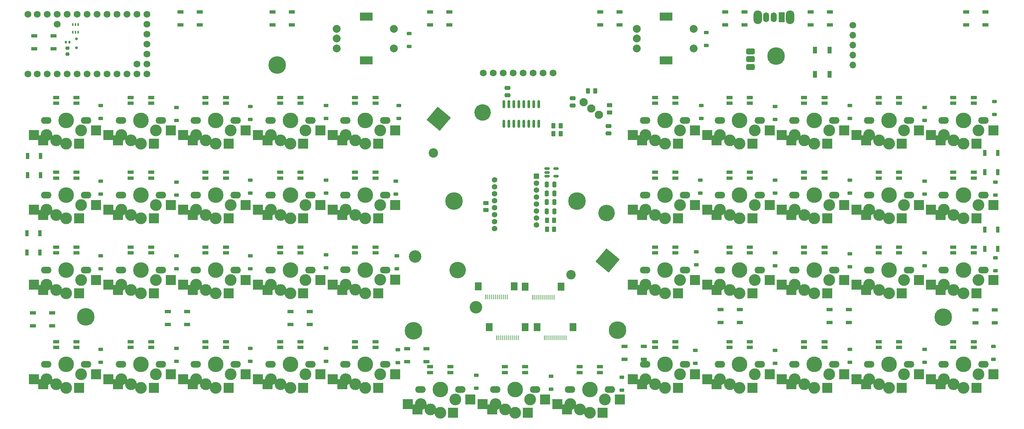
<source format=gbr>
%TF.GenerationSoftware,KiCad,Pcbnew,7.0.2*%
%TF.CreationDate,2023-05-02T20:53:08+02:00*%
%TF.ProjectId,Block,426c6f63-6b2e-46b6-9963-61645f706362,rev?*%
%TF.SameCoordinates,Original*%
%TF.FileFunction,Soldermask,Bot*%
%TF.FilePolarity,Negative*%
%FSLAX46Y46*%
G04 Gerber Fmt 4.6, Leading zero omitted, Abs format (unit mm)*
G04 Created by KiCad (PCBNEW 7.0.2) date 2023-05-02 20:53:08*
%MOMM*%
%LPD*%
G01*
G04 APERTURE LIST*
G04 Aperture macros list*
%AMRoundRect*
0 Rectangle with rounded corners*
0 $1 Rounding radius*
0 $2 $3 $4 $5 $6 $7 $8 $9 X,Y pos of 4 corners*
0 Add a 4 corners polygon primitive as box body*
4,1,4,$2,$3,$4,$5,$6,$7,$8,$9,$2,$3,0*
0 Add four circle primitives for the rounded corners*
1,1,$1+$1,$2,$3*
1,1,$1+$1,$4,$5*
1,1,$1+$1,$6,$7*
1,1,$1+$1,$8,$9*
0 Add four rect primitives between the rounded corners*
20,1,$1+$1,$2,$3,$4,$5,0*
20,1,$1+$1,$4,$5,$6,$7,0*
20,1,$1+$1,$6,$7,$8,$9,0*
20,1,$1+$1,$8,$9,$2,$3,0*%
%AMRotRect*
0 Rectangle, with rotation*
0 The origin of the aperture is its center*
0 $1 length*
0 $2 width*
0 $3 Rotation angle, in degrees counterclockwise*
0 Add horizontal line*
21,1,$1,$2,0,0,$3*%
G04 Aperture macros list end*
%ADD10RoundRect,0.225000X0.375000X-0.225000X0.375000X0.225000X-0.375000X0.225000X-0.375000X-0.225000X0*%
%ADD11RoundRect,0.225000X-0.375000X0.225000X-0.375000X-0.225000X0.375000X-0.225000X0.375000X0.225000X0*%
%ADD12O,2.701800X1.701800*%
%ADD13C,3.000000*%
%ADD14C,3.987800*%
%ADD15R,2.550000X2.500000*%
%ADD16R,2.600000X2.600000*%
%ADD17C,4.500000*%
%ADD18RoundRect,0.082000X-0.718000X0.328000X-0.718000X-0.328000X0.718000X-0.328000X0.718000X0.328000X0*%
%ADD19C,2.000000*%
%ADD20R,3.200000X2.000000*%
%ADD21C,2.400000*%
%ADD22C,4.200000*%
%ADD23C,3.200000*%
%ADD24C,2.100000*%
%ADD25RotRect,4.400000X4.400000X140.000000*%
%ADD26C,1.752600*%
%ADD27RoundRect,0.375000X0.756430X-0.361854X0.743341X0.388032X-0.756430X0.361854X-0.743341X-0.388032X0*%
%ADD28C,1.700000*%
%ADD29O,1.700000X1.700000*%
%ADD30O,2.200000X3.500000*%
%ADD31R,1.500000X2.500000*%
%ADD32O,1.500000X2.500000*%
%ADD33R,1.500000X0.900000*%
%ADD34R,0.900000X1.500000*%
%ADD35R,0.400000X0.650000*%
%ADD36RoundRect,0.150000X-0.150000X0.175000X-0.150000X-0.175000X0.150000X-0.175000X0.150000X0.175000X0*%
%ADD37RoundRect,0.250000X0.250000X0.475000X-0.250000X0.475000X-0.250000X-0.475000X0.250000X-0.475000X0*%
%ADD38R,0.280000X1.250000*%
%ADD39R,1.800000X2.000000*%
%ADD40RoundRect,0.150000X0.150000X-0.825000X0.150000X0.825000X-0.150000X0.825000X-0.150000X-0.825000X0*%
%ADD41RoundRect,0.250000X-0.475000X0.250000X-0.475000X-0.250000X0.475000X-0.250000X0.475000X0.250000X0*%
%ADD42RoundRect,0.140000X-0.140000X-0.170000X0.140000X-0.170000X0.140000X0.170000X-0.140000X0.170000X0*%
%ADD43RoundRect,0.250000X-0.262500X-0.450000X0.262500X-0.450000X0.262500X0.450000X-0.262500X0.450000X0*%
%ADD44RoundRect,0.250000X0.450000X-0.262500X0.450000X0.262500X-0.450000X0.262500X-0.450000X-0.262500X0*%
%ADD45RoundRect,0.218750X0.256250X-0.218750X0.256250X0.218750X-0.256250X0.218750X-0.256250X-0.218750X0*%
%ADD46RoundRect,0.250000X-0.250000X-0.475000X0.250000X-0.475000X0.250000X0.475000X-0.250000X0.475000X0*%
%ADD47RoundRect,0.250000X0.262500X0.450000X-0.262500X0.450000X-0.262500X-0.450000X0.262500X-0.450000X0*%
%ADD48R,1.400000X1.400000*%
%ADD49C,1.400000*%
%ADD50RoundRect,0.150000X-0.512500X-0.150000X0.512500X-0.150000X0.512500X0.150000X-0.512500X0.150000X0*%
%ADD51RoundRect,0.250000X0.475000X-0.250000X0.475000X0.250000X-0.475000X0.250000X-0.475000X-0.250000X0*%
%ADD52R,1.100000X1.800000*%
G04 APERTURE END LIST*
D10*
%TO.C,D82*%
X269965194Y-90625332D03*
X269965194Y-87325332D03*
%TD*%
%TO.C,D81*%
X269711194Y-109675332D03*
X269711194Y-106375332D03*
%TD*%
%TO.C,D80*%
X268695194Y-127963332D03*
X268695194Y-124663332D03*
%TD*%
%TO.C,D79*%
X268441194Y-153109332D03*
X268441194Y-149809332D03*
%TD*%
%TO.C,D78*%
X192709606Y-152925985D03*
X192709606Y-149625985D03*
%TD*%
%TO.C,D77*%
X192453194Y-128979332D03*
X192453194Y-125679332D03*
%TD*%
%TO.C,D76*%
X192201606Y-109878024D03*
X192201606Y-106578024D03*
%TD*%
%TO.C,D75*%
X192963606Y-90548063D03*
X192963606Y-87248063D03*
%TD*%
%TO.C,D43*%
X344895194Y-129487332D03*
X344895194Y-126187332D03*
%TD*%
D11*
%TO.C,D36*%
X195542806Y-68942668D03*
X195542806Y-72242668D03*
%TD*%
%TO.C,D35*%
X271276806Y-68688668D03*
X271276806Y-71988668D03*
%TD*%
D10*
%TO.C,D34*%
X344387194Y-152093332D03*
X344387194Y-148793332D03*
%TD*%
%TO.C,D33*%
X344895194Y-110183332D03*
X344895194Y-106883332D03*
%TD*%
%TO.C,D32*%
X344641194Y-89609332D03*
X344641194Y-86309332D03*
%TD*%
%TO.C,D31*%
X326861194Y-152855332D03*
X326861194Y-149555332D03*
%TD*%
%TO.C,D30*%
X326861194Y-128217332D03*
X326861194Y-124917332D03*
%TD*%
%TO.C,D29*%
X326861194Y-109929332D03*
X326861194Y-106629332D03*
%TD*%
%TO.C,D28*%
X326861194Y-91133332D03*
X326861194Y-87833332D03*
%TD*%
%TO.C,D27*%
X307811194Y-128471332D03*
X307811194Y-125171332D03*
%TD*%
%TO.C,D26*%
X307811194Y-152855332D03*
X307811194Y-149555332D03*
%TD*%
%TO.C,D25*%
X307811194Y-109675332D03*
X307811194Y-106375332D03*
%TD*%
%TO.C,D24*%
X307811194Y-90625332D03*
X307811194Y-87325332D03*
%TD*%
%TO.C,D23*%
X288761194Y-128217332D03*
X288761194Y-124917332D03*
%TD*%
%TO.C,D22*%
X249751194Y-159967332D03*
X249751194Y-156667332D03*
%TD*%
%TO.C,D21*%
X288761194Y-153109332D03*
X288761194Y-149809332D03*
%TD*%
%TO.C,D20*%
X174419194Y-128725332D03*
X174419194Y-125425332D03*
%TD*%
%TO.C,D19*%
X288761194Y-109675332D03*
X288761194Y-106375332D03*
%TD*%
%TO.C,D18*%
X288761194Y-90879332D03*
X288761194Y-87579332D03*
%TD*%
%TO.C,D17*%
X231717194Y-159713332D03*
X231717194Y-156413332D03*
%TD*%
%TO.C,D16*%
X174419194Y-152601332D03*
X174419194Y-149301332D03*
%TD*%
%TO.C,D15*%
X155115194Y-128979332D03*
X155115194Y-125679332D03*
%TD*%
%TO.C,D14*%
X174419194Y-109675332D03*
X174419194Y-106375332D03*
%TD*%
%TO.C,D13*%
X174419194Y-90625332D03*
X174419194Y-87325332D03*
%TD*%
%TO.C,D12*%
X212667194Y-159459332D03*
X212667194Y-156159332D03*
%TD*%
%TO.C,D11*%
X155115194Y-152601332D03*
X155115194Y-149301332D03*
%TD*%
%TO.C,D10*%
X136319194Y-128979332D03*
X136319194Y-125679332D03*
%TD*%
%TO.C,D9*%
X155115194Y-109675332D03*
X155115194Y-106375332D03*
%TD*%
%TO.C,D8*%
X155115194Y-90879332D03*
X155115194Y-87579332D03*
%TD*%
%TO.C,D7*%
X136319194Y-152601332D03*
X136319194Y-149301332D03*
%TD*%
%TO.C,D6*%
X117015194Y-128979332D03*
X117015194Y-125679332D03*
%TD*%
%TO.C,D5*%
X136319194Y-110183332D03*
X136319194Y-106883332D03*
%TD*%
%TO.C,D4*%
X136319194Y-91133332D03*
X136319194Y-87833332D03*
%TD*%
%TO.C,D3*%
X117015194Y-152855332D03*
X117015194Y-149555332D03*
%TD*%
%TO.C,D2*%
X117015194Y-109929332D03*
X117015194Y-106629332D03*
%TD*%
%TO.C,D1*%
X117015194Y-90625332D03*
X117015194Y-87325332D03*
%TD*%
D12*
%TO.C,SW20*%
X170404668Y-129245961D03*
D13*
X169134668Y-131782000D03*
X165322256Y-135195308D03*
D14*
X165322256Y-129245308D03*
D13*
X162784668Y-134322000D03*
X160324668Y-132992000D03*
D12*
X160244668Y-129242000D03*
D15*
X159480256Y-134325308D03*
D16*
X157049668Y-132992000D03*
D15*
X172944668Y-131782000D03*
D16*
X168597257Y-135195308D03*
%TD*%
D12*
%TO.C,SW25*%
X303873000Y-110147961D03*
D13*
X302603000Y-112684000D03*
X298790588Y-116097308D03*
D14*
X298790588Y-110147308D03*
D13*
X296253000Y-115224000D03*
X293793000Y-113894000D03*
D12*
X293713000Y-110144000D03*
D15*
X292948588Y-115227308D03*
D16*
X290518000Y-113894000D03*
D15*
X306413000Y-112684000D03*
D16*
X302065589Y-116097308D03*
%TD*%
D17*
%TO.C,H10*%
X238354380Y-111634942D03*
%TD*%
D18*
%TO.C,D68*%
X181797588Y-104314000D03*
X181797588Y-105814000D03*
X186997588Y-105814000D03*
X186997588Y-104314000D03*
%TD*%
D12*
%TO.C,SW21*%
X284864334Y-153367961D03*
D13*
X283594334Y-155904000D03*
X279781922Y-159317308D03*
D14*
X279781922Y-153367308D03*
D13*
X277244334Y-158444000D03*
X274784334Y-157114000D03*
D12*
X274704334Y-153364000D03*
D15*
X273939922Y-158447308D03*
D16*
X271509334Y-157114000D03*
D15*
X287404334Y-155904000D03*
D16*
X283056923Y-159317308D03*
%TD*%
D12*
%TO.C,SW9*%
X151376000Y-110147961D03*
D13*
X150106000Y-112684000D03*
X146293588Y-116097308D03*
D14*
X146293588Y-110147308D03*
D13*
X143756000Y-115224000D03*
X141296000Y-113894000D03*
D12*
X141216000Y-110144000D03*
D15*
X140451588Y-115227308D03*
D16*
X138021000Y-113894000D03*
D15*
X153916000Y-112684000D03*
D16*
X149568589Y-116097308D03*
%TD*%
D18*
%TO.C,D85*%
X143696000Y-147534000D03*
X143696000Y-149034000D03*
X148896000Y-149034000D03*
X148896000Y-147534000D03*
%TD*%
%TO.C,D51*%
X296193000Y-147534000D03*
X296193000Y-149034000D03*
X301393000Y-149034000D03*
X301393000Y-147534000D03*
%TD*%
%TO.C,D73*%
X239014000Y-153946039D03*
X239014000Y-155446039D03*
X244214000Y-155446039D03*
X244214000Y-153946039D03*
%TD*%
D19*
%TO.C,SW47*%
X253553588Y-67688000D03*
X253553588Y-72688000D03*
X253553588Y-70188000D03*
D20*
X261053588Y-64588000D03*
X261053588Y-75788000D03*
D19*
X268053588Y-72688000D03*
X268053588Y-67688000D03*
%TD*%
D12*
%TO.C,SW5*%
X132347334Y-110147961D03*
D13*
X131077334Y-112684000D03*
X127264922Y-116097308D03*
D14*
X127264922Y-110147308D03*
D13*
X124727334Y-115224000D03*
X122267334Y-113894000D03*
D12*
X122187334Y-110144000D03*
D15*
X121422922Y-115227308D03*
D16*
X118992334Y-113894000D03*
D15*
X134887334Y-112684000D03*
D16*
X130539923Y-116097308D03*
%TD*%
D18*
%TO.C,D61*%
X162724668Y-104314000D03*
X162724668Y-105814000D03*
X167924668Y-105814000D03*
X167924668Y-104314000D03*
%TD*%
%TO.C,D48*%
X143696000Y-123412000D03*
X143696000Y-124912000D03*
X148896000Y-124912000D03*
X148896000Y-123412000D03*
%TD*%
D21*
%TO.C,SW36*%
X236808242Y-130433822D03*
D22*
X245900431Y-114690162D03*
D23*
X212605591Y-138748921D03*
D22*
X207910209Y-129262802D03*
D23*
X197142253Y-125773243D03*
D22*
X214279876Y-89081510D03*
D21*
X201723942Y-99384769D03*
D24*
X243898286Y-89641140D03*
X240068064Y-86427202D03*
X241983175Y-88034171D03*
D25*
X246119859Y-126812704D03*
X203092754Y-90711665D03*
%TD*%
D12*
%TO.C,SW27*%
X303873000Y-129245961D03*
D13*
X302603000Y-131782000D03*
X298790588Y-135195308D03*
D14*
X298790588Y-129245308D03*
D13*
X296253000Y-134322000D03*
X293793000Y-132992000D03*
D12*
X293713000Y-129242000D03*
D15*
X292948588Y-134325308D03*
D16*
X290518000Y-132992000D03*
D15*
X306413000Y-131782000D03*
D16*
X302065589Y-135195308D03*
%TD*%
D17*
%TO.C,H8*%
X113226000Y-141252000D03*
%TD*%
D18*
%TO.C,D60*%
X143696000Y-85230039D03*
X143696000Y-86730039D03*
X148896000Y-86730039D03*
X148896000Y-85230039D03*
%TD*%
%TO.C,D52*%
X181797588Y-147534000D03*
X181797588Y-149034000D03*
X186997588Y-149034000D03*
X186997588Y-147534000D03*
%TD*%
D12*
%TO.C,SW22*%
X246694000Y-159780000D03*
D13*
X245424000Y-162316039D03*
X241611588Y-165729347D03*
D14*
X241611588Y-159779347D03*
D13*
X239074000Y-164856039D03*
X236614000Y-163526039D03*
D12*
X236534000Y-159776039D03*
D15*
X235769588Y-164859347D03*
D16*
X233339000Y-163526039D03*
D15*
X249234000Y-162316039D03*
D16*
X244886589Y-165729347D03*
%TD*%
D12*
%TO.C,SW43*%
X265886000Y-129245961D03*
D13*
X264616000Y-131782000D03*
X260803588Y-135195308D03*
D14*
X260803588Y-129245308D03*
D13*
X258266000Y-134322000D03*
X255806000Y-132992000D03*
D12*
X255726000Y-129242000D03*
D15*
X254961588Y-134325308D03*
D16*
X252531000Y-132992000D03*
D15*
X268426000Y-131782000D03*
D16*
X264078589Y-135195308D03*
%TD*%
D12*
%TO.C,SW8*%
X151376000Y-91064000D03*
D13*
X150106000Y-93600039D03*
X146293588Y-97013347D03*
D14*
X146293588Y-91063347D03*
D13*
X143756000Y-96140039D03*
X141296000Y-94810039D03*
D12*
X141216000Y-91060039D03*
D15*
X140451588Y-96143347D03*
D16*
X138021000Y-94810039D03*
D15*
X153916000Y-93600039D03*
D16*
X149568589Y-97013347D03*
%TD*%
D18*
%TO.C,D45*%
X277184334Y-147534000D03*
X277184334Y-149034000D03*
X282384334Y-149034000D03*
X282384334Y-147534000D03*
%TD*%
%TO.C,D87*%
X277184334Y-85230039D03*
X277184334Y-86730039D03*
X282384334Y-86730039D03*
X282384334Y-85230039D03*
%TD*%
%TO.C,D46*%
X181797588Y-85230039D03*
X181797588Y-86730039D03*
X186997588Y-86730039D03*
X186997588Y-85230039D03*
%TD*%
%TO.C,D88*%
X315201666Y-123412000D03*
X315201666Y-124912000D03*
X320401666Y-124912000D03*
X320401666Y-123412000D03*
%TD*%
D12*
%TO.C,SW46*%
X341890334Y-129245961D03*
D13*
X340620334Y-131782000D03*
X336807922Y-135195308D03*
D14*
X336807922Y-129245308D03*
D13*
X334270334Y-134322000D03*
X331810334Y-132992000D03*
D12*
X331730334Y-129242000D03*
D15*
X330965922Y-134325308D03*
D16*
X328535334Y-132992000D03*
D15*
X344430334Y-131782000D03*
D16*
X340082923Y-135195308D03*
%TD*%
D12*
%TO.C,SW41*%
X189480000Y-153364653D03*
D13*
X188210000Y-155900692D03*
X184397588Y-159314000D03*
D14*
X184397588Y-153364000D03*
D13*
X181860000Y-158440692D03*
X179400000Y-157110692D03*
D12*
X179320000Y-153360692D03*
D15*
X178555588Y-158444000D03*
D16*
X176125000Y-157110692D03*
D15*
X192020000Y-155900692D03*
D16*
X187672589Y-159314000D03*
%TD*%
D12*
%TO.C,SW1*%
X113318668Y-91064000D03*
D13*
X112048668Y-93600039D03*
X108236256Y-97013347D03*
D14*
X108236256Y-91063347D03*
D13*
X105698668Y-96140039D03*
X103238668Y-94810039D03*
D12*
X103158668Y-91060039D03*
D15*
X102394256Y-96143347D03*
D16*
X99963668Y-94810039D03*
D15*
X115858668Y-93600039D03*
D16*
X111511257Y-97013347D03*
%TD*%
D26*
%TO.C,U1*%
X100874750Y-79276000D03*
X103414750Y-79276000D03*
X105954750Y-79276000D03*
X108494750Y-79276000D03*
X111034750Y-79276000D03*
X113574750Y-79276000D03*
X116114750Y-79276000D03*
X118654750Y-79276000D03*
X121194750Y-79276000D03*
X123734750Y-79276000D03*
X126274750Y-79276000D03*
X128814750Y-79256000D03*
X128814750Y-64036000D03*
X126274750Y-64036000D03*
X123734750Y-64036000D03*
X121194750Y-64036000D03*
X118654750Y-64036000D03*
X116114750Y-64036000D03*
X113574750Y-64036000D03*
X111034750Y-64036000D03*
X108494750Y-64036000D03*
X105954750Y-64036000D03*
X103414750Y-64036000D03*
X100874750Y-64036000D03*
X128814750Y-76736000D03*
X128814750Y-74196000D03*
X128814750Y-71656000D03*
X128814750Y-69116000D03*
X128814750Y-66576000D03*
X105954750Y-66536000D03*
X126274750Y-76736000D03*
X98444750Y-79256000D03*
X98444750Y-64016000D03*
%TD*%
D12*
%TO.C,SW33*%
X341890334Y-110147961D03*
D13*
X340620334Y-112684000D03*
X336807922Y-116097308D03*
D14*
X336807922Y-110147308D03*
D13*
X334270334Y-115224000D03*
X331810334Y-113894000D03*
D12*
X331730334Y-110144000D03*
D15*
X330965922Y-115227308D03*
D16*
X328535334Y-113894000D03*
D15*
X344430334Y-112684000D03*
D16*
X340082923Y-116097308D03*
%TD*%
D27*
%TO.C,J4*%
X282503095Y-73466305D03*
X282538000Y-75466000D03*
X282572905Y-77465695D03*
%TD*%
D17*
%TO.C,H9*%
X207033286Y-111634942D03*
%TD*%
D12*
%TO.C,SW26*%
X303873000Y-153367961D03*
D13*
X302603000Y-155904000D03*
X298790588Y-159317308D03*
D14*
X298790588Y-153367308D03*
D13*
X296253000Y-158444000D03*
X293793000Y-157114000D03*
D12*
X293713000Y-153364000D03*
D15*
X292948588Y-158447308D03*
D16*
X290518000Y-157114000D03*
D15*
X306413000Y-155904000D03*
D16*
X302065589Y-159317308D03*
%TD*%
D18*
%TO.C,D47*%
X124667334Y-104314000D03*
X124667334Y-105814000D03*
X129867334Y-105814000D03*
X129867334Y-104314000D03*
%TD*%
%TO.C,D63*%
X258206000Y-104314000D03*
X258206000Y-105814000D03*
X263406000Y-105814000D03*
X263406000Y-104314000D03*
%TD*%
D19*
%TO.C,SW48*%
X177147588Y-67688000D03*
X177147588Y-72688000D03*
X177147588Y-70188000D03*
D20*
X184647588Y-64588000D03*
X184647588Y-75788000D03*
D19*
X191647588Y-72688000D03*
X191647588Y-67688000D03*
%TD*%
D18*
%TO.C,D55*%
X124667334Y-123412000D03*
X124667334Y-124912000D03*
X129867334Y-124912000D03*
X129867334Y-123412000D03*
%TD*%
%TO.C,D59*%
X200906000Y-153946039D03*
X200906000Y-155446039D03*
X206106000Y-155446039D03*
X206106000Y-153946039D03*
%TD*%
D12*
%TO.C,SW23*%
X284864334Y-129245961D03*
D13*
X283594334Y-131782000D03*
X279781922Y-135195308D03*
D14*
X279781922Y-129245308D03*
D13*
X277244334Y-134322000D03*
X274784334Y-132992000D03*
D12*
X274704334Y-129242000D03*
D15*
X273939922Y-134325308D03*
D16*
X271509334Y-132992000D03*
D15*
X287404334Y-131782000D03*
D16*
X283056923Y-135195308D03*
%TD*%
D12*
%TO.C,SW7*%
X132347334Y-153367961D03*
D13*
X131077334Y-155904000D03*
X127264922Y-159317308D03*
D14*
X127264922Y-153367308D03*
D13*
X124727334Y-158444000D03*
X122267334Y-157114000D03*
D12*
X122187334Y-153364000D03*
D15*
X121422922Y-158447308D03*
D16*
X118992334Y-157114000D03*
D15*
X134887334Y-155904000D03*
D16*
X130539923Y-159317308D03*
%TD*%
D12*
%TO.C,SW34*%
X341890334Y-153367961D03*
D13*
X340620334Y-155904000D03*
X336807922Y-159317308D03*
D14*
X336807922Y-153367308D03*
D13*
X334270334Y-158444000D03*
X331810334Y-157114000D03*
D12*
X331730334Y-153364000D03*
D15*
X330965922Y-158447308D03*
D16*
X328535334Y-157114000D03*
D15*
X344430334Y-155904000D03*
D16*
X340082923Y-159317308D03*
%TD*%
D17*
%TO.C,H3*%
X331656496Y-141337717D03*
%TD*%
D18*
%TO.C,D54*%
X143696000Y-104314000D03*
X143696000Y-105814000D03*
X148896000Y-105814000D03*
X148896000Y-104314000D03*
%TD*%
D12*
%TO.C,SW29*%
X322881666Y-110147961D03*
D13*
X321611666Y-112684000D03*
X317799254Y-116097308D03*
D14*
X317799254Y-110147308D03*
D13*
X315261666Y-115224000D03*
X312801666Y-113894000D03*
D12*
X312721666Y-110144000D03*
D15*
X311957254Y-115227308D03*
D16*
X309526666Y-113894000D03*
D15*
X325421666Y-112684000D03*
D16*
X321074255Y-116097308D03*
%TD*%
D18*
%TO.C,D41*%
X162724668Y-147534000D03*
X162724668Y-149034000D03*
X167924668Y-149034000D03*
X167924668Y-147534000D03*
%TD*%
%TO.C,D62*%
X105638668Y-123412000D03*
X105638668Y-124912000D03*
X110838668Y-124912000D03*
X110838668Y-123412000D03*
%TD*%
D12*
%TO.C,SW11*%
X151376000Y-153367961D03*
D13*
X150106000Y-155904000D03*
X146293588Y-159317308D03*
D14*
X146293588Y-153367308D03*
D13*
X143756000Y-158444000D03*
X141296000Y-157114000D03*
D12*
X141216000Y-153364000D03*
D15*
X140451588Y-158447308D03*
D16*
X138021000Y-157114000D03*
D15*
X153916000Y-155904000D03*
D16*
X149568589Y-159317308D03*
%TD*%
D12*
%TO.C,SW31*%
X322881666Y-153367961D03*
D13*
X321611666Y-155904000D03*
X317799254Y-159317308D03*
D14*
X317799254Y-153367308D03*
D13*
X315261666Y-158444000D03*
X312801666Y-157114000D03*
D12*
X312721666Y-153364000D03*
D15*
X311957254Y-158447308D03*
D16*
X309526666Y-157114000D03*
D15*
X325421666Y-155904000D03*
D16*
X321074255Y-159317308D03*
%TD*%
D18*
%TO.C,D89*%
X258206000Y-147534000D03*
X258206000Y-149034000D03*
X263406000Y-149034000D03*
X263406000Y-147534000D03*
%TD*%
D12*
%TO.C,SW15*%
X151376000Y-129245961D03*
D13*
X150106000Y-131782000D03*
X146293588Y-135195308D03*
D14*
X146293588Y-129245308D03*
D13*
X143756000Y-134322000D03*
X141296000Y-132992000D03*
D12*
X141216000Y-129242000D03*
D15*
X140451588Y-134325308D03*
D16*
X138021000Y-132992000D03*
D15*
X153916000Y-131782000D03*
D16*
X149568589Y-135195308D03*
%TD*%
D26*
%TO.C,J5*%
X214465999Y-79021999D03*
X217006001Y-79022000D03*
X219545999Y-79021999D03*
X222085999Y-79021999D03*
X224626000Y-79022000D03*
X227166000Y-79022001D03*
X229706000Y-79022000D03*
X232245999Y-79022000D03*
%TD*%
D12*
%TO.C,SW13*%
X170404668Y-91064000D03*
D13*
X169134668Y-93600039D03*
X165322256Y-97013347D03*
D14*
X165322256Y-91063347D03*
D13*
X162784668Y-96140039D03*
X160324668Y-94810039D03*
D12*
X160244668Y-91060039D03*
D15*
X159480256Y-96143347D03*
D16*
X157049668Y-94810039D03*
D15*
X172944668Y-93600039D03*
D16*
X168597257Y-97013347D03*
%TD*%
D12*
%TO.C,SW16*%
X170404668Y-153367961D03*
D13*
X169134668Y-155904000D03*
X165322256Y-159317308D03*
D14*
X165322256Y-153367308D03*
D13*
X162784668Y-158444000D03*
X160324668Y-157114000D03*
D12*
X160244668Y-153364000D03*
D15*
X159480256Y-158447308D03*
D16*
X157049668Y-157114000D03*
D15*
X172944668Y-155904000D03*
D16*
X168597257Y-159317308D03*
%TD*%
D12*
%TO.C,SW24*%
X303873000Y-91064000D03*
D13*
X302603000Y-93600039D03*
X298790588Y-97013347D03*
D14*
X298790588Y-91063347D03*
D13*
X296253000Y-96140039D03*
X293793000Y-94810039D03*
D12*
X293713000Y-91060039D03*
D15*
X292948588Y-96143347D03*
D16*
X290518000Y-94810039D03*
D15*
X306413000Y-93600039D03*
D16*
X302065589Y-97013347D03*
%TD*%
D18*
%TO.C,D53*%
X162724668Y-85230039D03*
X162724668Y-86730039D03*
X167924668Y-86730039D03*
X167924668Y-85230039D03*
%TD*%
D17*
%TO.C,H2*%
X289036000Y-74704000D03*
%TD*%
D18*
%TO.C,D92*%
X258206000Y-85230039D03*
X258206000Y-86730039D03*
X263406000Y-86730039D03*
X263406000Y-85230039D03*
%TD*%
%TO.C,D42*%
X296193000Y-123412000D03*
X296193000Y-124912000D03*
X301393000Y-124912000D03*
X301393000Y-123412000D03*
%TD*%
D12*
%TO.C,SW19*%
X284864334Y-110147961D03*
D13*
X283594334Y-112684000D03*
X279781922Y-116097308D03*
D14*
X279781922Y-110147308D03*
D13*
X277244334Y-115224000D03*
X274784334Y-113894000D03*
D12*
X274704334Y-110144000D03*
D15*
X273939922Y-115227308D03*
D16*
X271509334Y-113894000D03*
D15*
X287404334Y-112684000D03*
D16*
X283056923Y-116097308D03*
%TD*%
D18*
%TO.C,D90*%
X105638668Y-104314000D03*
X105638668Y-105814000D03*
X110838668Y-105814000D03*
X110838668Y-104314000D03*
%TD*%
%TO.C,D83*%
X181797588Y-123412000D03*
X181797588Y-124912000D03*
X186997588Y-124912000D03*
X186997588Y-123412000D03*
%TD*%
%TO.C,D86*%
X296193000Y-104314000D03*
X296193000Y-105814000D03*
X301393000Y-105814000D03*
X301393000Y-104314000D03*
%TD*%
D12*
%TO.C,SW39*%
X189480000Y-110144653D03*
D13*
X188210000Y-112680692D03*
X184397588Y-116094000D03*
D14*
X184397588Y-110144000D03*
D13*
X181860000Y-115220692D03*
X179400000Y-113890692D03*
D12*
X179320000Y-110140692D03*
D15*
X178555588Y-115224000D03*
D16*
X176125000Y-113890692D03*
D15*
X192020000Y-112680692D03*
D16*
X187672589Y-116094000D03*
%TD*%
D12*
%TO.C,SW28*%
X322881666Y-91064000D03*
D13*
X321611666Y-93600039D03*
X317799254Y-97013347D03*
D14*
X317799254Y-91063347D03*
D13*
X315261666Y-96140039D03*
X312801666Y-94810039D03*
D12*
X312721666Y-91060039D03*
D15*
X311957254Y-96143347D03*
D16*
X309526666Y-94810039D03*
D15*
X325421666Y-93600039D03*
D16*
X321074255Y-97013347D03*
%TD*%
D12*
%TO.C,SW14*%
X170404668Y-110147961D03*
D13*
X169134668Y-112684000D03*
X165322256Y-116097308D03*
D14*
X165322256Y-110147308D03*
D13*
X162784668Y-115224000D03*
X160324668Y-113894000D03*
D12*
X160244668Y-110144000D03*
D15*
X159480256Y-115227308D03*
D16*
X157049668Y-113894000D03*
D15*
X172944668Y-112684000D03*
D16*
X168597257Y-116097308D03*
%TD*%
D18*
%TO.C,D49*%
X277184334Y-123412000D03*
X277184334Y-124912000D03*
X282384334Y-124912000D03*
X282384334Y-123412000D03*
%TD*%
%TO.C,D70*%
X277184334Y-104314000D03*
X277184334Y-105814000D03*
X282384334Y-105814000D03*
X282384334Y-104314000D03*
%TD*%
D12*
%TO.C,SW4*%
X132347334Y-91064000D03*
D13*
X131077334Y-93600039D03*
X127264922Y-97013347D03*
D14*
X127264922Y-91063347D03*
D13*
X124727334Y-96140039D03*
X122267334Y-94810039D03*
D12*
X122187334Y-91060039D03*
D15*
X121422922Y-96143347D03*
D16*
X118992334Y-94810039D03*
D15*
X134887334Y-93600039D03*
D16*
X130539923Y-97013347D03*
%TD*%
D12*
%TO.C,SW45*%
X265886000Y-91064000D03*
D13*
X264616000Y-93600039D03*
X260803588Y-97013347D03*
D14*
X260803588Y-91063347D03*
D13*
X258266000Y-96140039D03*
X255806000Y-94810039D03*
D12*
X255726000Y-91060039D03*
D15*
X254961588Y-96143347D03*
D16*
X252531000Y-94810039D03*
D15*
X268426000Y-93600039D03*
D16*
X264078589Y-97013347D03*
%TD*%
D18*
%TO.C,D64*%
X315201666Y-85230039D03*
X315201666Y-86730039D03*
X320401666Y-86730039D03*
X320401666Y-85230039D03*
%TD*%
D12*
%TO.C,SW6*%
X113318668Y-129245961D03*
D13*
X112048668Y-131782000D03*
X108236256Y-135195308D03*
D14*
X108236256Y-129245308D03*
D13*
X105698668Y-134322000D03*
X103238668Y-132992000D03*
D12*
X103158668Y-129242000D03*
D15*
X102394256Y-134325308D03*
D16*
X99963668Y-132992000D03*
D15*
X115858668Y-131782000D03*
D16*
X111511257Y-135195308D03*
%TD*%
D12*
%TO.C,SW38*%
X189480000Y-91060692D03*
D13*
X188210000Y-93596731D03*
X184397588Y-97010039D03*
D14*
X184397588Y-91060039D03*
D13*
X181860000Y-96136731D03*
X179400000Y-94806731D03*
D12*
X179320000Y-91056731D03*
D15*
X178555588Y-96140039D03*
D16*
X176125000Y-94806731D03*
D15*
X192020000Y-93596731D03*
D16*
X187672589Y-97010039D03*
%TD*%
D18*
%TO.C,D50*%
X334210334Y-104314000D03*
X334210334Y-105814000D03*
X339410334Y-105814000D03*
X339410334Y-104314000D03*
%TD*%
D12*
%TO.C,SW12*%
X208586000Y-159780000D03*
D13*
X207316000Y-162316039D03*
X203503588Y-165729347D03*
D14*
X203503588Y-159779347D03*
D13*
X200966000Y-164856039D03*
X198506000Y-163526039D03*
D12*
X198426000Y-159776039D03*
D15*
X197661588Y-164859347D03*
D16*
X195231000Y-163526039D03*
D15*
X211126000Y-162316039D03*
D16*
X206778589Y-165729347D03*
%TD*%
D12*
%TO.C,SW2*%
X113318668Y-110147961D03*
D13*
X112048668Y-112684000D03*
X108236256Y-116097308D03*
D14*
X108236256Y-110147308D03*
D13*
X105698668Y-115224000D03*
X103238668Y-113894000D03*
D12*
X103158668Y-110144000D03*
D15*
X102394256Y-115227308D03*
D16*
X99963668Y-113894000D03*
D15*
X115858668Y-112684000D03*
D16*
X111511257Y-116097308D03*
%TD*%
D12*
%TO.C,SW44*%
X265886000Y-110147961D03*
D13*
X264616000Y-112684000D03*
X260803588Y-116097308D03*
D14*
X260803588Y-110147308D03*
D13*
X258266000Y-115224000D03*
X255806000Y-113894000D03*
D12*
X255726000Y-110144000D03*
D15*
X254961588Y-115227308D03*
D16*
X252531000Y-113894000D03*
D15*
X268426000Y-112684000D03*
D16*
X264078589Y-116097308D03*
%TD*%
D18*
%TO.C,D44*%
X315201666Y-104314000D03*
X315201666Y-105814000D03*
X320401666Y-105814000D03*
X320401666Y-104314000D03*
%TD*%
D12*
%TO.C,SW17*%
X227650000Y-159780000D03*
D13*
X226380000Y-162316039D03*
X222567588Y-165729347D03*
D14*
X222567588Y-159779347D03*
D13*
X220030000Y-164856039D03*
X217570000Y-163526039D03*
D12*
X217490000Y-159776039D03*
D15*
X216725588Y-164859347D03*
D16*
X214295000Y-163526039D03*
D15*
X230190000Y-162316039D03*
D16*
X225842589Y-165729347D03*
%TD*%
D12*
%TO.C,SW42*%
X265886000Y-153367961D03*
D13*
X264616000Y-155904000D03*
X260803588Y-159317308D03*
D14*
X260803588Y-153367308D03*
D13*
X258266000Y-158444000D03*
X255806000Y-157114000D03*
D12*
X255726000Y-153364000D03*
D15*
X254961588Y-158447308D03*
D16*
X252531000Y-157114000D03*
D15*
X268426000Y-155904000D03*
D16*
X264078589Y-159317308D03*
%TD*%
D18*
%TO.C,D74*%
X105638668Y-85230039D03*
X105638668Y-86730039D03*
X110838668Y-86730039D03*
X110838668Y-85230039D03*
%TD*%
%TO.C,D72*%
X334210334Y-123412000D03*
X334210334Y-124912000D03*
X339410334Y-124912000D03*
X339410334Y-123412000D03*
%TD*%
%TO.C,D69*%
X105638668Y-147534000D03*
X105638668Y-149034000D03*
X110838668Y-149034000D03*
X110838668Y-147534000D03*
%TD*%
%TO.C,D71*%
X296193000Y-85230039D03*
X296193000Y-86730039D03*
X301393000Y-86730039D03*
X301393000Y-85230039D03*
%TD*%
%TO.C,D67*%
X124667334Y-85230039D03*
X124667334Y-86730039D03*
X129867334Y-86730039D03*
X129867334Y-85230039D03*
%TD*%
%TO.C,D57*%
X334210334Y-85230039D03*
X334210334Y-86730039D03*
X339410334Y-86730039D03*
X339410334Y-85230039D03*
%TD*%
D17*
%TO.C,H1*%
X248648000Y-144583000D03*
%TD*%
D18*
%TO.C,D91*%
X162724668Y-123412000D03*
X162724668Y-124912000D03*
X167924668Y-124912000D03*
X167924668Y-123412000D03*
%TD*%
D28*
%TO.C,U5*%
X308610000Y-66784000D03*
D29*
X308610000Y-69324000D03*
X308610000Y-71864000D03*
X308610000Y-74404000D03*
X308610000Y-76944000D03*
%TD*%
D30*
%TO.C,SW37*%
X292596000Y-64798000D03*
X284396000Y-64798000D03*
D31*
X290496000Y-64798000D03*
D32*
X288496000Y-64798000D03*
X286496000Y-64798000D03*
%TD*%
D18*
%TO.C,D58*%
X315201666Y-147534000D03*
X315201666Y-149034000D03*
X320401666Y-149034000D03*
X320401666Y-147534000D03*
%TD*%
D12*
%TO.C,SW3*%
X113318668Y-153367961D03*
D13*
X112048668Y-155904000D03*
X108236256Y-159317308D03*
D14*
X108236256Y-153367308D03*
D13*
X105698668Y-158444000D03*
X103238668Y-157114000D03*
D12*
X103158668Y-153364000D03*
D15*
X102394256Y-158447308D03*
D16*
X99963668Y-157114000D03*
D15*
X115858668Y-155904000D03*
D16*
X111511257Y-159317308D03*
%TD*%
D17*
%TO.C,H5*%
X196686000Y-144808000D03*
%TD*%
D18*
%TO.C,D84*%
X124667334Y-147534000D03*
X124667334Y-149034000D03*
X129867334Y-149034000D03*
X129867334Y-147534000D03*
%TD*%
D12*
%TO.C,SW18*%
X284864334Y-91064000D03*
D13*
X283594334Y-93600039D03*
X279781922Y-97013347D03*
D14*
X279781922Y-91063347D03*
D13*
X277244334Y-96140039D03*
X274784334Y-94810039D03*
D12*
X274704334Y-91060039D03*
D15*
X273939922Y-96143347D03*
D16*
X271509334Y-94810039D03*
D15*
X287404334Y-93600039D03*
D16*
X283056923Y-97013347D03*
%TD*%
D18*
%TO.C,D66*%
X219970000Y-153946039D03*
X219970000Y-155446039D03*
X225170000Y-155446039D03*
X225170000Y-153946039D03*
%TD*%
D12*
%TO.C,SW10*%
X132347334Y-129245961D03*
D13*
X131077334Y-131782000D03*
X127264922Y-135195308D03*
D14*
X127264922Y-129245308D03*
D13*
X124727334Y-134322000D03*
X122267334Y-132992000D03*
D12*
X122187334Y-129242000D03*
D15*
X121422922Y-134325308D03*
D16*
X118992334Y-132992000D03*
D15*
X134887334Y-131782000D03*
D16*
X130539923Y-135195308D03*
%TD*%
D12*
%TO.C,SW32*%
X341890334Y-91064000D03*
D13*
X340620334Y-93600039D03*
X336807922Y-97013347D03*
D14*
X336807922Y-91063347D03*
D13*
X334270334Y-96140039D03*
X331810334Y-94810039D03*
D12*
X331730334Y-91060039D03*
D15*
X330965922Y-96143347D03*
D16*
X328535334Y-94810039D03*
D15*
X344430334Y-93600039D03*
D16*
X340082923Y-97013347D03*
%TD*%
D12*
%TO.C,SW40*%
X189480000Y-129242653D03*
D13*
X188210000Y-131778692D03*
X184397588Y-135192000D03*
D14*
X184397588Y-129242000D03*
D13*
X181860000Y-134318692D03*
X179400000Y-132988692D03*
D12*
X179320000Y-129238692D03*
D15*
X178555588Y-134322000D03*
D16*
X176125000Y-132988692D03*
D15*
X192020000Y-131778692D03*
D16*
X187672589Y-135192000D03*
%TD*%
D12*
%TO.C,SW30*%
X322881666Y-129245961D03*
D13*
X321611666Y-131782000D03*
X317799254Y-135195308D03*
D14*
X317799254Y-129245308D03*
D13*
X315261666Y-134322000D03*
X312801666Y-132992000D03*
D12*
X312721666Y-129242000D03*
D15*
X311957254Y-134325308D03*
D16*
X309526666Y-132992000D03*
D15*
X325421666Y-131782000D03*
D16*
X321074255Y-135195308D03*
%TD*%
D17*
%TO.C,H4*%
X161994000Y-76990000D03*
%TD*%
D18*
%TO.C,D65*%
X334210334Y-147534000D03*
X334210334Y-149034000D03*
X339410334Y-149034000D03*
X339410334Y-147534000D03*
%TD*%
%TO.C,D56*%
X258206000Y-123412000D03*
X258206000Y-124912000D03*
X263406000Y-124912000D03*
X263406000Y-123412000D03*
%TD*%
D33*
%TO.C,D96*%
X280982000Y-63402000D03*
X280982000Y-66702000D03*
X276082000Y-66702000D03*
X276082000Y-63402000D03*
%TD*%
D34*
%TO.C,D38*%
X342250000Y-99432000D03*
X345550000Y-99432000D03*
X345550000Y-104332000D03*
X342250000Y-104332000D03*
%TD*%
D35*
%TO.C,U6*%
X109930000Y-66642000D03*
X110580000Y-66642000D03*
X111230000Y-66642000D03*
X111230000Y-68542000D03*
X110580000Y-68542000D03*
X109930000Y-68542000D03*
%TD*%
D36*
%TO.C,D40*%
X110834000Y-70277000D03*
X110834000Y-72527000D03*
%TD*%
D33*
%TO.C,D39*%
X342376000Y-63402000D03*
X342376000Y-66702000D03*
X337476000Y-66702000D03*
X337476000Y-63402000D03*
%TD*%
D37*
%TO.C,C4*%
X232575219Y-107401582D03*
X230675219Y-107401582D03*
%TD*%
D33*
%TO.C,D94*%
X302752000Y-63402000D03*
X302752000Y-66702000D03*
X297852000Y-66702000D03*
X297852000Y-63402000D03*
%TD*%
%TO.C,D101*%
X170286000Y-139856000D03*
X170286000Y-143156000D03*
X165386000Y-143156000D03*
X165386000Y-139856000D03*
%TD*%
D38*
%TO.C,J2*%
X215018000Y-136146000D03*
X215518000Y-136146000D03*
X216018000Y-136146000D03*
X216518000Y-136146000D03*
X217018000Y-136146000D03*
X217518000Y-136146000D03*
X218018000Y-136146000D03*
X218518000Y-136146000D03*
X219018000Y-136146000D03*
X219518000Y-136146000D03*
X220018000Y-136146000D03*
X220518000Y-136146000D03*
D39*
X222318000Y-133422000D03*
X213218000Y-133422000D03*
%TD*%
D33*
%TO.C,D106*%
X105008000Y-69498000D03*
X105008000Y-72798000D03*
X100108000Y-72798000D03*
X100108000Y-69498000D03*
%TD*%
D40*
%TO.C,U2*%
X228563000Y-91911000D03*
X227293000Y-91911000D03*
X226023000Y-91911000D03*
X224753000Y-91911000D03*
X223483000Y-91911000D03*
X222213000Y-91911000D03*
X220943000Y-91911000D03*
X219673000Y-91911000D03*
X219673000Y-86961000D03*
X220943000Y-86961000D03*
X222213000Y-86961000D03*
X223483000Y-86961000D03*
X224753000Y-86961000D03*
X226023000Y-86961000D03*
X227293000Y-86961000D03*
X228563000Y-86961000D03*
%TD*%
D41*
%TO.C,C8*%
X237227944Y-85419504D03*
X237227944Y-87319504D03*
%TD*%
D33*
%TO.C,D102*%
X139044000Y-139856000D03*
X139044000Y-143156000D03*
X134144000Y-143156000D03*
X134144000Y-139856000D03*
%TD*%
D42*
%TO.C,C6*%
X108090746Y-71103467D03*
X109050746Y-71103467D03*
%TD*%
D33*
%TO.C,D108*%
X205798000Y-63402000D03*
X205798000Y-66702000D03*
X200898000Y-66702000D03*
X200898000Y-63402000D03*
%TD*%
D34*
%TO.C,D37*%
X342250000Y-118990000D03*
X345550000Y-118990000D03*
X345550000Y-123890000D03*
X342250000Y-123890000D03*
%TD*%
D38*
%TO.C,J1*%
X226956000Y-136264000D03*
X227456000Y-136264000D03*
X227956000Y-136264000D03*
X228456000Y-136264000D03*
X228956000Y-136264000D03*
X229456000Y-136264000D03*
X229956000Y-136264000D03*
X230456000Y-136264000D03*
X230956000Y-136264000D03*
X231456000Y-136264000D03*
X231956000Y-136264000D03*
X232456000Y-136264000D03*
D39*
X234256000Y-133540000D03*
X225156000Y-133540000D03*
%TD*%
D43*
%TO.C,R1*%
X230712717Y-118831583D03*
X232537717Y-118831583D03*
%TD*%
%TO.C,R2*%
X230712719Y-116545584D03*
X232537719Y-116545584D03*
%TD*%
D38*
%TO.C,J6*%
X217812000Y-146560000D03*
X218312000Y-146560000D03*
X218812000Y-146560000D03*
X219312000Y-146560000D03*
X219812000Y-146560000D03*
X220312000Y-146560000D03*
X220812000Y-146560000D03*
X221312000Y-146560000D03*
X221812000Y-146560000D03*
X222312000Y-146560000D03*
X222812000Y-146560000D03*
X223312000Y-146560000D03*
D39*
X225112000Y-143836000D03*
X216012000Y-143836000D03*
%TD*%
D41*
%TO.C,C7*%
X246371944Y-92531504D03*
X246371944Y-94431504D03*
%TD*%
D34*
%TO.C,D104*%
X98248000Y-119916000D03*
X101548000Y-119916000D03*
X101548000Y-124816000D03*
X98248000Y-124816000D03*
%TD*%
D33*
%TO.C,D93*%
X255386000Y-148746000D03*
X255386000Y-152046000D03*
X250486000Y-152046000D03*
X250486000Y-148746000D03*
%TD*%
D44*
%TO.C,R3*%
X215173945Y-113978007D03*
X215173945Y-112153007D03*
%TD*%
%TO.C,R4*%
X246625944Y-89060004D03*
X246625944Y-87235004D03*
%TD*%
D33*
%TO.C,D99*%
X339836000Y-142774000D03*
X339836000Y-139474000D03*
X344736000Y-139474000D03*
X344736000Y-142774000D03*
%TD*%
D38*
%TO.C,J3*%
X230004000Y-146560000D03*
X230504000Y-146560000D03*
X231004000Y-146560000D03*
X231504000Y-146560000D03*
X232004000Y-146560000D03*
X232504000Y-146560000D03*
X233004000Y-146560000D03*
X233504000Y-146560000D03*
X234004000Y-146560000D03*
X234504000Y-146560000D03*
X235004000Y-146560000D03*
X235504000Y-146560000D03*
D39*
X237304000Y-143836000D03*
X228204000Y-143836000D03*
%TD*%
D33*
%TO.C,D95*%
X279802000Y-139348000D03*
X279802000Y-142648000D03*
X274902000Y-142648000D03*
X274902000Y-139348000D03*
%TD*%
D45*
%TO.C,F1*%
X108503221Y-74179496D03*
X108503221Y-72604496D03*
%TD*%
D33*
%TO.C,D98*%
X249190000Y-63402000D03*
X249190000Y-66702000D03*
X244290000Y-66702000D03*
X244290000Y-63402000D03*
%TD*%
D46*
%TO.C,C3*%
X230675219Y-109687586D03*
X232575219Y-109687586D03*
%TD*%
D47*
%TO.C,R6*%
X234174500Y-92484000D03*
X232349500Y-92484000D03*
%TD*%
D48*
%TO.C,U4*%
X228037290Y-105339942D03*
D49*
X228037290Y-107119942D03*
X228037290Y-108899942D03*
X228037290Y-110679942D03*
X228037290Y-112459942D03*
X228037290Y-114239942D03*
X228037290Y-116019942D03*
X228037290Y-117799942D03*
X217337290Y-118689942D03*
X217337290Y-116909942D03*
X217337290Y-115129942D03*
X217337290Y-113349942D03*
X217337290Y-111569942D03*
X217337290Y-109789942D03*
X217337290Y-108009942D03*
X217337290Y-106229942D03*
%TD*%
D47*
%TO.C,R5*%
X234174500Y-94516000D03*
X232349500Y-94516000D03*
%TD*%
D33*
%TO.C,D103*%
X104664000Y-140238000D03*
X104664000Y-143538000D03*
X99764000Y-143538000D03*
X99764000Y-140238000D03*
%TD*%
%TO.C,D107*%
X142208000Y-63402000D03*
X142208000Y-66702000D03*
X137308000Y-66702000D03*
X137308000Y-63402000D03*
%TD*%
%TO.C,D100*%
X199956000Y-149382000D03*
X199956000Y-152682000D03*
X195056000Y-152682000D03*
X195056000Y-149382000D03*
%TD*%
D50*
%TO.C,U3*%
X230741716Y-105303582D03*
X230741716Y-104353582D03*
X230741716Y-103403582D03*
X233016716Y-103403582D03*
X233016716Y-105303582D03*
%TD*%
D51*
%TO.C,C5*%
X220628651Y-84685921D03*
X220628651Y-82785921D03*
%TD*%
D46*
%TO.C,C1*%
X230675218Y-114259583D03*
X232575218Y-114259583D03*
%TD*%
D52*
%TO.C,SW35*%
X298976000Y-79328000D03*
X298976000Y-73128000D03*
X302676000Y-79328000D03*
X302676000Y-73128000D03*
%TD*%
D34*
%TO.C,D105*%
X98384000Y-100194000D03*
X101684000Y-100194000D03*
X101684000Y-105094000D03*
X98384000Y-105094000D03*
%TD*%
D33*
%TO.C,D97*%
X307594000Y-139348000D03*
X307594000Y-142648000D03*
X302694000Y-142648000D03*
X302694000Y-139348000D03*
%TD*%
%TO.C,D109*%
X165698000Y-63402000D03*
X165698000Y-66702000D03*
X160798000Y-66702000D03*
X160798000Y-63402000D03*
%TD*%
D46*
%TO.C,C2*%
X230675217Y-111892762D03*
X232575217Y-111892762D03*
%TD*%
D43*
%TO.C,R7*%
X241141444Y-83575504D03*
X242966444Y-83575504D03*
%TD*%
M02*

</source>
